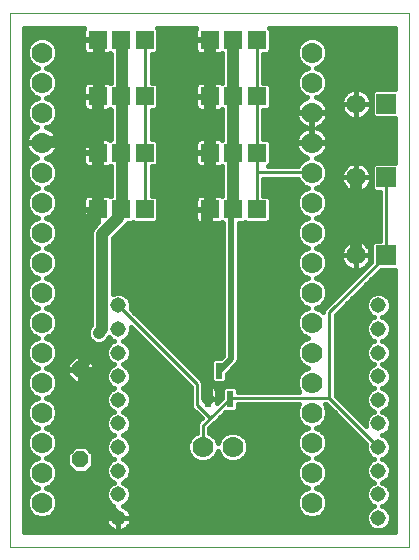
<source format=gtl>
G75*
G70*
%OFA0B0*%
%FSLAX24Y24*%
%IPPOS*%
%LPD*%
%AMOC8*
5,1,8,0,0,1.08239X$1,22.5*
%
%ADD10C,0.0000*%
%ADD11C,0.0700*%
%ADD12R,0.0220X0.0520*%
%ADD13OC8,0.0560*%
%ADD14R,0.0650X0.0650*%
%ADD15C,0.0650*%
%ADD16C,0.0515*%
%ADD17R,0.0594X0.0594*%
%ADD18C,0.0400*%
%ADD19C,0.0160*%
%ADD20C,0.0400*%
%ADD21C,0.0200*%
%ADD22C,0.0100*%
D10*
X006086Y003841D02*
X006086Y021621D01*
X019400Y021621D01*
X019400Y003841D01*
X006086Y003841D01*
D11*
X007149Y005310D03*
X007149Y006310D03*
X007149Y007310D03*
X007149Y008310D03*
X007149Y009310D03*
X007149Y010310D03*
X007149Y011310D03*
X007149Y012310D03*
X007149Y013310D03*
X007149Y014310D03*
X007149Y015310D03*
X007149Y016310D03*
X007149Y017310D03*
X007149Y018310D03*
X007149Y019310D03*
X007149Y020310D03*
X016149Y020310D03*
X016149Y019310D03*
X016149Y018310D03*
X016149Y017310D03*
X016149Y016310D03*
X016149Y015310D03*
X016149Y014310D03*
X016149Y013310D03*
X016149Y012310D03*
X016149Y011310D03*
X016149Y010310D03*
X016149Y009310D03*
X016149Y008310D03*
X016149Y007310D03*
X016149Y006310D03*
X016149Y005310D03*
X013511Y007168D03*
X012511Y007168D03*
D12*
X012684Y008765D03*
X013424Y008765D03*
X013054Y009705D03*
D13*
X008436Y009751D03*
X008436Y006751D03*
D14*
X018609Y013550D03*
X018629Y016149D03*
X018629Y018601D03*
D15*
X017629Y018601D03*
X017629Y016149D03*
X017609Y013550D03*
D16*
X018361Y011885D03*
X018361Y011097D03*
X018361Y010310D03*
X018361Y009523D03*
X018361Y008735D03*
X018361Y007948D03*
X018361Y007160D03*
X018361Y006373D03*
X018361Y005586D03*
X018361Y004798D03*
X009700Y004798D03*
X009700Y005586D03*
X009700Y006373D03*
X009700Y007160D03*
X009700Y007948D03*
X009700Y008735D03*
X009700Y009523D03*
X009700Y010310D03*
X009700Y011097D03*
X009700Y011885D03*
D17*
X009790Y015089D03*
X009003Y015089D03*
X010578Y015089D03*
X010578Y016971D03*
X009790Y016971D03*
X009003Y016971D03*
X009003Y018853D03*
X009790Y018853D03*
X010578Y018853D03*
X010578Y020735D03*
X009790Y020735D03*
X009003Y020735D03*
X012739Y020735D03*
X013526Y020735D03*
X014314Y020735D03*
X014314Y018853D03*
X013526Y018853D03*
X012739Y018853D03*
X012739Y016971D03*
X013526Y016971D03*
X014314Y016971D03*
X014314Y015089D03*
X013526Y015089D03*
X012739Y015089D03*
D18*
X012739Y016971D01*
X012739Y018853D01*
X012739Y020735D01*
X013526Y020735D02*
X013526Y018853D01*
X013526Y016971D01*
X013526Y015089D01*
X012739Y015082D02*
X012739Y015089D01*
X012739Y015082D02*
X012660Y015003D01*
X012660Y008802D01*
X012680Y008782D01*
X012684Y008765D01*
X009156Y011086D02*
X009156Y014274D01*
X009688Y014806D01*
X009688Y014904D01*
X009790Y015089D01*
X009806Y015101D01*
X009806Y016971D01*
X009790Y016971D01*
X009806Y017168D01*
X009806Y018841D01*
X009790Y018853D01*
X009826Y019058D01*
X009826Y020711D01*
X009806Y020731D01*
X009790Y020735D01*
X009038Y020711D02*
X009038Y019058D01*
X009003Y018853D01*
X009019Y018841D01*
X009019Y017326D01*
X007149Y017326D01*
X007149Y017310D01*
X009019Y017326D02*
X009019Y017168D01*
X009003Y016971D01*
X009019Y016971D01*
X009019Y015101D01*
X009003Y015089D01*
X008900Y014904D01*
X008546Y014550D01*
X008546Y009963D01*
X008526Y009944D01*
X008436Y009751D01*
X008448Y009747D01*
X008999Y009196D01*
X008999Y005495D01*
X009688Y004806D01*
X009700Y004798D01*
X009038Y010967D02*
X009156Y011086D01*
X017609Y013550D02*
X017621Y013566D01*
X017621Y016145D01*
X017629Y016149D01*
X009038Y020711D02*
X009019Y020731D01*
X009003Y020735D01*
D19*
X009021Y020717D02*
X009021Y020258D01*
X009323Y020258D01*
X009369Y020271D01*
X009410Y020294D01*
X009411Y020295D01*
X009427Y020278D01*
X009466Y020278D01*
X009466Y019310D01*
X009427Y019310D01*
X009411Y019294D01*
X009410Y019294D01*
X009369Y019318D01*
X009323Y019330D01*
X009021Y019330D01*
X009021Y018872D01*
X008984Y018872D01*
X008984Y019330D01*
X008682Y019330D01*
X008637Y019318D01*
X008595Y019294D01*
X008562Y019261D01*
X008538Y019220D01*
X008526Y019174D01*
X008526Y018872D01*
X008984Y018872D01*
X008984Y018835D01*
X008526Y018835D01*
X008526Y018533D01*
X008538Y018487D01*
X008562Y018446D01*
X008595Y018412D01*
X008637Y018389D01*
X008682Y018376D01*
X008984Y018376D01*
X008984Y018835D01*
X009021Y018835D01*
X009021Y018376D01*
X009323Y018376D01*
X009369Y018389D01*
X009410Y018412D01*
X009411Y018413D01*
X009427Y018396D01*
X009446Y018396D01*
X009446Y017428D01*
X009427Y017428D01*
X009411Y017412D01*
X009410Y017412D01*
X009369Y017436D01*
X009323Y017448D01*
X009021Y017448D01*
X009021Y016990D01*
X008984Y016990D01*
X008984Y016953D01*
X008526Y016953D01*
X008526Y016651D01*
X008538Y016605D01*
X008562Y016564D01*
X008595Y016530D01*
X008637Y016507D01*
X008682Y016494D01*
X008984Y016494D01*
X008984Y016953D01*
X009021Y016953D01*
X009021Y016494D01*
X009323Y016494D01*
X009369Y016507D01*
X009410Y016530D01*
X009411Y016531D01*
X009427Y016514D01*
X009446Y016514D01*
X009446Y015546D01*
X009427Y015546D01*
X009411Y015530D01*
X009410Y015530D01*
X009369Y015554D01*
X009323Y015566D01*
X009021Y015566D01*
X009021Y015108D01*
X008984Y015108D01*
X008984Y015071D01*
X008526Y015071D01*
X008526Y014769D01*
X008538Y014723D01*
X008562Y014682D01*
X008595Y014649D01*
X008637Y014625D01*
X008682Y014613D01*
X008984Y014613D01*
X008984Y015071D01*
X009021Y015071D01*
X009021Y014648D01*
X008851Y014478D01*
X008796Y014346D01*
X008796Y011235D01*
X008733Y011171D01*
X008678Y011039D01*
X008678Y010896D01*
X008733Y010763D01*
X008834Y010662D01*
X008967Y010607D01*
X009110Y010607D01*
X009242Y010662D01*
X009343Y010763D01*
X009360Y010780D01*
X009393Y010813D01*
X009463Y010743D01*
X009559Y010704D01*
X009463Y010664D01*
X009346Y010546D01*
X009282Y010393D01*
X009282Y010227D01*
X009346Y010073D01*
X009463Y009956D01*
X009559Y009916D01*
X009463Y009876D01*
X009346Y009759D01*
X009282Y009606D01*
X009282Y009439D01*
X009346Y009286D01*
X009463Y009169D01*
X009559Y009129D01*
X009463Y009089D01*
X009346Y008972D01*
X009282Y008818D01*
X009282Y008652D01*
X009346Y008499D01*
X009463Y008381D01*
X009559Y008341D01*
X009463Y008302D01*
X009346Y008184D01*
X009282Y008031D01*
X009282Y007865D01*
X009346Y007711D01*
X009463Y007594D01*
X009559Y007554D01*
X009463Y007514D01*
X009346Y007397D01*
X009282Y007243D01*
X009282Y007077D01*
X009346Y006924D01*
X009463Y006806D01*
X009559Y006767D01*
X009463Y006727D01*
X009346Y006609D01*
X009282Y006456D01*
X009282Y006290D01*
X009346Y006136D01*
X009463Y006019D01*
X009559Y005979D01*
X009463Y005939D01*
X009346Y005822D01*
X009282Y005669D01*
X009282Y005502D01*
X009346Y005349D01*
X009463Y005232D01*
X009531Y005203D01*
X009470Y005172D01*
X009415Y005132D01*
X009366Y005083D01*
X009326Y005027D01*
X009294Y004966D01*
X009273Y004901D01*
X009262Y004833D01*
X009262Y004798D01*
X009262Y004764D01*
X009273Y004696D01*
X009294Y004630D01*
X009326Y004569D01*
X009366Y004513D01*
X009415Y004464D01*
X009470Y004424D01*
X009532Y004393D01*
X009597Y004371D01*
X009665Y004361D01*
X009700Y004361D01*
X009734Y004361D01*
X009802Y004371D01*
X009868Y004393D01*
X009929Y004424D01*
X009985Y004464D01*
X010033Y004513D01*
X010074Y004569D01*
X010105Y004630D01*
X010126Y004696D01*
X010137Y004764D01*
X010137Y004798D01*
X009700Y004798D01*
X009700Y004798D01*
X010137Y004798D01*
X010137Y004833D01*
X010126Y004901D01*
X010105Y004966D01*
X010074Y005027D01*
X010033Y005083D01*
X009985Y005132D01*
X009929Y005172D01*
X009868Y005203D01*
X009936Y005232D01*
X010054Y005349D01*
X010117Y005502D01*
X010117Y005669D01*
X010054Y005822D01*
X009936Y005939D01*
X009840Y005979D01*
X009936Y006019D01*
X010054Y006136D01*
X010117Y006290D01*
X010117Y006456D01*
X010054Y006609D01*
X009936Y006727D01*
X009840Y006767D01*
X009936Y006806D01*
X010054Y006924D01*
X010117Y007077D01*
X010117Y007243D01*
X010054Y007397D01*
X009936Y007514D01*
X009840Y007554D01*
X009936Y007594D01*
X010054Y007711D01*
X010117Y007865D01*
X010117Y008031D01*
X010054Y008184D01*
X009936Y008302D01*
X009840Y008341D01*
X009936Y008381D01*
X010054Y008499D01*
X010117Y008652D01*
X010117Y008818D01*
X010054Y008972D01*
X009936Y009089D01*
X009840Y009129D01*
X009936Y009169D01*
X010054Y009286D01*
X010117Y009439D01*
X010117Y009606D01*
X010054Y009759D01*
X009936Y009876D01*
X009840Y009916D01*
X009936Y009956D01*
X010054Y010073D01*
X010117Y010227D01*
X010117Y010393D01*
X010054Y010546D01*
X009936Y010664D01*
X009840Y010704D01*
X009936Y010743D01*
X010054Y010861D01*
X010117Y011014D01*
X010117Y011166D01*
X010117Y011166D01*
X012116Y009168D01*
X012116Y008479D01*
X012472Y008123D01*
X012436Y008087D01*
X012313Y007964D01*
X012313Y007638D01*
X012222Y007601D01*
X012078Y007457D01*
X012001Y007270D01*
X012001Y007067D01*
X012078Y006879D01*
X012222Y006736D01*
X012409Y006658D01*
X012612Y006658D01*
X012800Y006736D01*
X012943Y006879D01*
X013011Y007043D01*
X013078Y006879D01*
X013222Y006736D01*
X013409Y006658D01*
X013612Y006658D01*
X013800Y006736D01*
X013943Y006879D01*
X014021Y007067D01*
X014021Y007270D01*
X013943Y007457D01*
X013800Y007601D01*
X013612Y007678D01*
X013409Y007678D01*
X013222Y007601D01*
X013078Y007457D01*
X013011Y007294D01*
X012943Y007457D01*
X012800Y007601D01*
X012733Y007628D01*
X012733Y007790D01*
X012856Y007913D01*
X012979Y008036D01*
X013288Y008345D01*
X013600Y008345D01*
X013694Y008439D01*
X013694Y008592D01*
X015713Y008592D01*
X015639Y008411D01*
X015639Y008208D01*
X015716Y008021D01*
X015860Y007878D01*
X016023Y007810D01*
X015860Y007742D01*
X015716Y007599D01*
X015639Y007411D01*
X015639Y007208D01*
X015716Y007021D01*
X015860Y006878D01*
X016023Y006810D01*
X015860Y006742D01*
X015716Y006599D01*
X015639Y006411D01*
X010117Y006411D01*
X010102Y006253D02*
X015639Y006253D01*
X015639Y006208D02*
X015716Y006021D01*
X015860Y005878D01*
X016023Y005810D01*
X015860Y005742D01*
X015716Y005599D01*
X015639Y005411D01*
X015639Y005208D01*
X015716Y005021D01*
X015860Y004878D01*
X016047Y004800D01*
X016250Y004800D01*
X016437Y004878D01*
X016581Y005021D01*
X016659Y005208D01*
X016659Y005411D01*
X016581Y005599D01*
X016437Y005742D01*
X016274Y005810D01*
X016437Y005878D01*
X016581Y006021D01*
X016659Y006208D01*
X016659Y006411D01*
X017944Y006411D01*
X017944Y006456D02*
X017944Y006290D01*
X018007Y006136D01*
X018125Y006019D01*
X018221Y005979D01*
X018125Y005939D01*
X018007Y005822D01*
X017944Y005669D01*
X017944Y005502D01*
X018007Y005349D01*
X018125Y005232D01*
X018221Y005192D01*
X018125Y005152D01*
X018007Y005035D01*
X017944Y004881D01*
X017944Y004715D01*
X018007Y004562D01*
X018125Y004444D01*
X018278Y004381D01*
X018444Y004381D01*
X018598Y004444D01*
X018715Y004562D01*
X018779Y004715D01*
X018779Y004881D01*
X018715Y005035D01*
X018598Y005152D01*
X018502Y005192D01*
X018598Y005232D01*
X018715Y005349D01*
X018779Y005502D01*
X018779Y005669D01*
X018715Y005822D01*
X018598Y005939D01*
X018502Y005979D01*
X018598Y006019D01*
X018715Y006136D01*
X018779Y006290D01*
X018779Y006456D01*
X018715Y006609D01*
X018598Y006727D01*
X018502Y006767D01*
X018598Y006806D01*
X018715Y006924D01*
X018779Y007077D01*
X018779Y007243D01*
X018715Y007397D01*
X018598Y007514D01*
X018502Y007554D01*
X018598Y007594D01*
X018715Y007711D01*
X018779Y007865D01*
X018779Y008031D01*
X018715Y008184D01*
X018598Y008302D01*
X018502Y008341D01*
X018598Y008381D01*
X018715Y008499D01*
X018779Y008652D01*
X018779Y008818D01*
X018715Y008972D01*
X018598Y009089D01*
X018502Y009129D01*
X018598Y009169D01*
X018715Y009286D01*
X018779Y009439D01*
X018779Y009606D01*
X018715Y009759D01*
X018598Y009876D01*
X018502Y009916D01*
X018598Y009956D01*
X018715Y010073D01*
X018779Y010227D01*
X018779Y010393D01*
X018715Y010546D01*
X018598Y010664D01*
X018502Y010704D01*
X018598Y010743D01*
X018715Y010861D01*
X018779Y011014D01*
X018779Y011180D01*
X018715Y011334D01*
X018598Y011451D01*
X018502Y011491D01*
X018598Y011531D01*
X018715Y011648D01*
X018779Y011802D01*
X018779Y011968D01*
X018715Y012121D01*
X018598Y012239D01*
X018444Y012302D01*
X018278Y012302D01*
X018125Y012239D01*
X018007Y012121D01*
X017944Y011968D01*
X017944Y011802D01*
X018007Y011648D01*
X018125Y011531D01*
X018221Y011491D01*
X018125Y011451D01*
X018007Y011334D01*
X017944Y011180D01*
X017944Y011014D01*
X018007Y010861D01*
X018125Y010743D01*
X018221Y010704D01*
X018125Y010664D01*
X018007Y010546D01*
X017944Y010393D01*
X017944Y010227D01*
X018007Y010073D01*
X018125Y009956D01*
X018221Y009916D01*
X018125Y009876D01*
X018007Y009759D01*
X017944Y009606D01*
X017944Y009439D01*
X018007Y009286D01*
X018125Y009169D01*
X018221Y009129D01*
X018125Y009089D01*
X018007Y008972D01*
X017944Y008818D01*
X017944Y008652D01*
X018007Y008499D01*
X018125Y008381D01*
X018221Y008341D01*
X018125Y008302D01*
X018007Y008184D01*
X017944Y008031D01*
X017944Y007871D01*
X016948Y008866D01*
X016945Y008875D01*
X016945Y011569D01*
X018441Y013065D01*
X018920Y013065D01*
X018920Y004321D01*
X006566Y004321D01*
X006566Y021141D01*
X008561Y021141D01*
X008538Y021101D01*
X008526Y021056D01*
X008526Y020754D01*
X008984Y020754D01*
X008984Y020717D01*
X008526Y020717D01*
X008526Y020415D01*
X008538Y020369D01*
X008562Y020328D01*
X008595Y020294D01*
X008637Y020271D01*
X008682Y020258D01*
X008984Y020258D01*
X008984Y020717D01*
X009021Y020717D01*
X009021Y020676D02*
X008984Y020676D01*
X008984Y020518D02*
X009021Y020518D01*
X009021Y020359D02*
X008984Y020359D01*
X008544Y020359D02*
X007659Y020359D01*
X007659Y020411D02*
X007581Y020599D01*
X007437Y020742D01*
X007250Y020820D01*
X007047Y020820D01*
X006860Y020742D01*
X006716Y020599D01*
X006639Y020411D01*
X006639Y020208D01*
X006716Y020021D01*
X006860Y019878D01*
X007023Y019810D01*
X006860Y019742D01*
X006716Y019599D01*
X006639Y019411D01*
X006639Y019208D01*
X006716Y019021D01*
X006860Y018878D01*
X007023Y018810D01*
X006860Y018742D01*
X006716Y018599D01*
X006639Y018411D01*
X006639Y018208D01*
X006716Y018021D01*
X006860Y017878D01*
X007001Y017819D01*
X006945Y017801D01*
X006871Y017763D01*
X006803Y017714D01*
X006744Y017655D01*
X006695Y017588D01*
X006657Y017513D01*
X006632Y017434D01*
X006619Y017352D01*
X006619Y017328D01*
X007130Y017328D01*
X007130Y017291D01*
X006619Y017291D01*
X006619Y017268D01*
X006632Y017186D01*
X006657Y017106D01*
X006695Y017032D01*
X006744Y016965D01*
X006803Y016906D01*
X006871Y016857D01*
X006945Y016819D01*
X007001Y016801D01*
X006860Y016742D01*
X006716Y016599D01*
X006639Y016411D01*
X006639Y016208D01*
X006716Y016021D01*
X006860Y015878D01*
X007023Y015810D01*
X006860Y015742D01*
X006716Y015599D01*
X006639Y015411D01*
X006639Y015208D01*
X006716Y015021D01*
X006860Y014878D01*
X007023Y014810D01*
X006860Y014742D01*
X006716Y014599D01*
X006639Y014411D01*
X006639Y014208D01*
X006716Y014021D01*
X006860Y013878D01*
X007023Y013810D01*
X006860Y013742D01*
X006716Y013599D01*
X006639Y013411D01*
X006639Y013208D01*
X006716Y013021D01*
X006860Y012878D01*
X007023Y012810D01*
X006860Y012742D01*
X006716Y012599D01*
X006639Y012411D01*
X006639Y012208D01*
X006716Y012021D01*
X006860Y011878D01*
X007023Y011810D01*
X006860Y011742D01*
X006716Y011599D01*
X006639Y011411D01*
X006639Y011208D01*
X006716Y011021D01*
X006860Y010878D01*
X007023Y010810D01*
X006860Y010742D01*
X006716Y010599D01*
X006639Y010411D01*
X006639Y010208D01*
X006716Y010021D01*
X006860Y009878D01*
X007023Y009810D01*
X006860Y009742D01*
X006716Y009599D01*
X006639Y009411D01*
X006639Y009208D01*
X006716Y009021D01*
X006860Y008878D01*
X007023Y008810D01*
X006860Y008742D01*
X006716Y008599D01*
X006639Y008411D01*
X006639Y008208D01*
X006716Y008021D01*
X006860Y007878D01*
X007023Y007810D01*
X006860Y007742D01*
X006716Y007599D01*
X006639Y007411D01*
X006639Y007208D01*
X006716Y007021D01*
X006860Y006878D01*
X007023Y006810D01*
X006860Y006742D01*
X006716Y006599D01*
X006639Y006411D01*
X006566Y006411D01*
X006639Y006411D02*
X006639Y006208D01*
X006716Y006021D01*
X006860Y005878D01*
X007023Y005810D01*
X006860Y005742D01*
X006716Y005599D01*
X006639Y005411D01*
X006639Y005208D01*
X006716Y005021D01*
X006860Y004878D01*
X007047Y004800D01*
X007250Y004800D01*
X007437Y004878D01*
X007581Y005021D01*
X007659Y005208D01*
X007659Y005411D01*
X007581Y005599D01*
X007437Y005742D01*
X007274Y005810D01*
X007437Y005878D01*
X007581Y006021D01*
X007659Y006208D01*
X007659Y006411D01*
X008153Y006411D01*
X008254Y006311D02*
X008618Y006311D01*
X008876Y006569D01*
X008876Y006933D01*
X008618Y007191D01*
X008254Y007191D01*
X007996Y006933D01*
X007996Y006569D01*
X008254Y006311D01*
X007996Y006570D02*
X007593Y006570D01*
X007581Y006599D02*
X007437Y006742D01*
X007274Y006810D01*
X007437Y006878D01*
X007581Y007021D01*
X007659Y007208D01*
X007659Y007411D01*
X007581Y007599D01*
X007437Y007742D01*
X007274Y007810D01*
X007437Y007878D01*
X007581Y008021D01*
X007659Y008208D01*
X007659Y008411D01*
X007581Y008599D01*
X007437Y008742D01*
X007274Y008810D01*
X007437Y008878D01*
X007581Y009021D01*
X007659Y009208D01*
X007659Y009411D01*
X007581Y009599D01*
X007437Y009742D01*
X007274Y009810D01*
X007437Y009878D01*
X007581Y010021D01*
X007659Y010208D01*
X007659Y010411D01*
X007581Y010599D01*
X007437Y010742D01*
X007274Y010810D01*
X007437Y010878D01*
X007581Y011021D01*
X007659Y011208D01*
X007659Y011411D01*
X007581Y011599D01*
X007437Y011742D01*
X007274Y011810D01*
X007437Y011878D01*
X007581Y012021D01*
X007659Y012208D01*
X007659Y012411D01*
X007581Y012599D01*
X007437Y012742D01*
X007274Y012810D01*
X007437Y012878D01*
X007581Y013021D01*
X007659Y013208D01*
X007659Y013411D01*
X007581Y013599D01*
X007437Y013742D01*
X007274Y013810D01*
X007437Y013878D01*
X007581Y014021D01*
X007659Y014208D01*
X007659Y014411D01*
X007581Y014599D01*
X007437Y014742D01*
X007274Y014810D01*
X007437Y014878D01*
X007581Y015021D01*
X007659Y015208D01*
X007659Y015411D01*
X007581Y015599D01*
X007437Y015742D01*
X007274Y015810D01*
X007437Y015878D01*
X007581Y016021D01*
X007659Y016208D01*
X007659Y016411D01*
X007581Y016599D01*
X007437Y016742D01*
X007296Y016801D01*
X007352Y016819D01*
X007426Y016857D01*
X007494Y016906D01*
X007553Y016965D01*
X007602Y017032D01*
X007640Y017106D01*
X007665Y017186D01*
X007679Y017268D01*
X007679Y017291D01*
X007167Y017291D01*
X007167Y017328D01*
X007679Y017328D01*
X007679Y017352D01*
X007665Y017434D01*
X007640Y017513D01*
X007602Y017588D01*
X007553Y017655D01*
X007494Y017714D01*
X007426Y017763D01*
X007352Y017801D01*
X007296Y017819D01*
X007437Y017878D01*
X007581Y018021D01*
X007659Y018208D01*
X007659Y018411D01*
X007581Y018599D01*
X007437Y018742D01*
X007274Y018810D01*
X007437Y018878D01*
X007581Y019021D01*
X007659Y019208D01*
X007659Y019411D01*
X007581Y019599D01*
X007437Y019742D01*
X007274Y019810D01*
X007437Y019878D01*
X007581Y020021D01*
X007659Y020208D01*
X007659Y020411D01*
X007614Y020518D02*
X008526Y020518D01*
X008526Y020676D02*
X007504Y020676D01*
X007655Y020201D02*
X009466Y020201D01*
X009466Y020042D02*
X007590Y020042D01*
X007443Y019884D02*
X009466Y019884D01*
X009466Y019725D02*
X007455Y019725D01*
X007594Y019567D02*
X009466Y019567D01*
X009466Y019408D02*
X007659Y019408D01*
X007659Y019250D02*
X008556Y019250D01*
X008526Y019091D02*
X007610Y019091D01*
X007492Y018933D02*
X008526Y018933D01*
X008526Y018774D02*
X007361Y018774D01*
X007564Y018616D02*
X008526Y018616D01*
X008555Y018457D02*
X007640Y018457D01*
X007659Y018299D02*
X009446Y018299D01*
X009446Y018140D02*
X007630Y018140D01*
X007541Y017982D02*
X009446Y017982D01*
X009446Y017823D02*
X007306Y017823D01*
X007543Y017665D02*
X009446Y017665D01*
X009446Y017506D02*
X007642Y017506D01*
X007679Y017348D02*
X008544Y017348D01*
X008538Y017338D02*
X008526Y017292D01*
X008526Y016990D01*
X008984Y016990D01*
X008984Y017448D01*
X008682Y017448D01*
X008637Y017436D01*
X008595Y017412D01*
X008562Y017379D01*
X008538Y017338D01*
X008526Y017189D02*
X007666Y017189D01*
X007601Y017031D02*
X008526Y017031D01*
X008526Y016872D02*
X007448Y016872D01*
X007466Y016714D02*
X008526Y016714D01*
X008571Y016555D02*
X007599Y016555D01*
X007659Y016397D02*
X009446Y016397D01*
X009446Y016238D02*
X007659Y016238D01*
X007605Y016080D02*
X009446Y016080D01*
X009446Y015921D02*
X007481Y015921D01*
X007388Y015763D02*
X009446Y015763D01*
X009446Y015604D02*
X007576Y015604D01*
X007644Y015446D02*
X008536Y015446D01*
X008538Y015456D02*
X008526Y015410D01*
X008526Y015108D01*
X008984Y015108D01*
X008984Y015566D01*
X008682Y015566D01*
X008637Y015554D01*
X008595Y015530D01*
X008562Y015497D01*
X008538Y015456D01*
X008526Y015287D02*
X007659Y015287D01*
X007625Y015129D02*
X008526Y015129D01*
X008526Y014970D02*
X007530Y014970D01*
X007278Y014812D02*
X008526Y014812D01*
X008591Y014653D02*
X007527Y014653D01*
X007624Y014495D02*
X008867Y014495D01*
X008796Y014336D02*
X007659Y014336D01*
X007646Y014178D02*
X008796Y014178D01*
X008796Y014019D02*
X007579Y014019D01*
X007396Y013861D02*
X008796Y013861D01*
X008796Y013702D02*
X007478Y013702D01*
X007604Y013544D02*
X008796Y013544D01*
X008796Y013385D02*
X007659Y013385D01*
X007659Y013227D02*
X008796Y013227D01*
X008796Y013068D02*
X007600Y013068D01*
X007469Y012910D02*
X008796Y012910D01*
X008796Y012751D02*
X007416Y012751D01*
X007583Y012593D02*
X008796Y012593D01*
X008796Y012434D02*
X007649Y012434D01*
X007659Y012276D02*
X008796Y012276D01*
X008796Y012117D02*
X007621Y012117D01*
X007518Y011959D02*
X008796Y011959D01*
X008796Y011800D02*
X007298Y011800D01*
X007538Y011642D02*
X008796Y011642D01*
X008796Y011483D02*
X007629Y011483D01*
X007659Y011325D02*
X008796Y011325D01*
X008731Y011166D02*
X007641Y011166D01*
X007567Y011008D02*
X008678Y011008D01*
X008698Y010849D02*
X007369Y010849D01*
X007489Y010691D02*
X008806Y010691D01*
X009271Y010691D02*
X009528Y010691D01*
X009340Y010532D02*
X007609Y010532D01*
X007659Y010374D02*
X009282Y010374D01*
X009287Y010215D02*
X007659Y010215D01*
X007596Y010057D02*
X008091Y010057D01*
X007976Y009941D02*
X007976Y009761D01*
X008426Y009761D01*
X008426Y010211D01*
X008245Y010211D01*
X007976Y009941D01*
X007976Y009898D02*
X007458Y009898D01*
X007440Y009740D02*
X007976Y009740D01*
X007976Y009741D02*
X007976Y009560D01*
X008245Y009291D01*
X008426Y009291D01*
X008426Y009741D01*
X007976Y009741D01*
X007976Y009581D02*
X007588Y009581D01*
X007654Y009423D02*
X008114Y009423D01*
X008426Y009423D02*
X008446Y009423D01*
X008446Y009291D02*
X008626Y009291D01*
X008896Y009560D01*
X008896Y009741D01*
X008446Y009741D01*
X008446Y009761D01*
X008426Y009761D01*
X008426Y009741D01*
X008446Y009741D01*
X008446Y009291D01*
X008426Y009581D02*
X008446Y009581D01*
X008446Y009740D02*
X008426Y009740D01*
X008446Y009761D02*
X008446Y010211D01*
X008626Y010211D01*
X008896Y009941D01*
X008896Y009761D01*
X008446Y009761D01*
X008446Y009898D02*
X008426Y009898D01*
X008426Y010057D02*
X008446Y010057D01*
X008781Y010057D02*
X009363Y010057D01*
X009515Y009898D02*
X008896Y009898D01*
X008896Y009740D02*
X009338Y009740D01*
X009282Y009581D02*
X008896Y009581D01*
X008758Y009423D02*
X009289Y009423D01*
X009368Y009264D02*
X007659Y009264D01*
X007616Y009106D02*
X009503Y009106D01*
X009336Y008947D02*
X007507Y008947D01*
X007326Y008789D02*
X009282Y008789D01*
X009291Y008630D02*
X007550Y008630D01*
X007634Y008472D02*
X009373Y008472D01*
X009491Y008313D02*
X007659Y008313D01*
X007636Y008155D02*
X009333Y008155D01*
X009282Y007996D02*
X007556Y007996D01*
X007341Y007838D02*
X009293Y007838D01*
X009378Y007679D02*
X007501Y007679D01*
X007613Y007521D02*
X009479Y007521D01*
X009331Y007362D02*
X007659Y007362D01*
X007656Y007204D02*
X009282Y007204D01*
X009296Y007045D02*
X008764Y007045D01*
X008876Y006887D02*
X009383Y006887D01*
X009466Y006728D02*
X008876Y006728D01*
X008876Y006570D02*
X009329Y006570D01*
X009282Y006411D02*
X008718Y006411D01*
X009298Y006253D02*
X007659Y006253D01*
X007659Y006411D02*
X007581Y006599D01*
X007452Y006728D02*
X007996Y006728D01*
X007996Y006887D02*
X007446Y006887D01*
X007591Y007045D02*
X008108Y007045D01*
X007611Y006094D02*
X009388Y006094D01*
X009459Y005936D02*
X007495Y005936D01*
X007353Y005777D02*
X009327Y005777D01*
X009282Y005619D02*
X007561Y005619D01*
X007638Y005460D02*
X009300Y005460D01*
X009393Y005302D02*
X007659Y005302D01*
X007631Y005143D02*
X009430Y005143D01*
X009304Y004985D02*
X007544Y004985D01*
X007313Y004826D02*
X009262Y004826D01*
X009262Y004798D02*
X009700Y004798D01*
X009700Y004361D01*
X009700Y004798D01*
X009700Y004798D01*
X009262Y004798D01*
X009282Y004668D02*
X006566Y004668D01*
X006566Y004826D02*
X006984Y004826D01*
X006753Y004985D02*
X006566Y004985D01*
X006566Y005143D02*
X006666Y005143D01*
X006639Y005302D02*
X006566Y005302D01*
X006566Y005460D02*
X006659Y005460D01*
X006736Y005619D02*
X006566Y005619D01*
X006566Y005777D02*
X006944Y005777D01*
X006802Y005936D02*
X006566Y005936D01*
X006566Y006094D02*
X006686Y006094D01*
X006639Y006253D02*
X006566Y006253D01*
X006566Y006570D02*
X006704Y006570D01*
X006566Y006728D02*
X006845Y006728D01*
X006851Y006887D02*
X006566Y006887D01*
X006566Y007045D02*
X006706Y007045D01*
X006641Y007204D02*
X006566Y007204D01*
X006566Y007362D02*
X006639Y007362D01*
X006684Y007521D02*
X006566Y007521D01*
X006566Y007679D02*
X006796Y007679D01*
X006956Y007838D02*
X006566Y007838D01*
X006566Y007996D02*
X006741Y007996D01*
X006661Y008155D02*
X006566Y008155D01*
X006566Y008313D02*
X006639Y008313D01*
X006663Y008472D02*
X006566Y008472D01*
X006566Y008630D02*
X006747Y008630D01*
X006566Y008789D02*
X006971Y008789D01*
X006790Y008947D02*
X006566Y008947D01*
X006566Y009106D02*
X006681Y009106D01*
X006639Y009264D02*
X006566Y009264D01*
X006566Y009423D02*
X006643Y009423D01*
X006709Y009581D02*
X006566Y009581D01*
X006566Y009740D02*
X006857Y009740D01*
X006839Y009898D02*
X006566Y009898D01*
X006566Y010057D02*
X006701Y010057D01*
X006639Y010215D02*
X006566Y010215D01*
X006566Y010374D02*
X006639Y010374D01*
X006689Y010532D02*
X006566Y010532D01*
X006566Y010691D02*
X006808Y010691D01*
X006928Y010849D02*
X006566Y010849D01*
X006566Y011008D02*
X006730Y011008D01*
X006656Y011166D02*
X006566Y011166D01*
X006566Y011325D02*
X006639Y011325D01*
X006668Y011483D02*
X006566Y011483D01*
X006566Y011642D02*
X006759Y011642D01*
X006566Y011800D02*
X006999Y011800D01*
X006779Y011959D02*
X006566Y011959D01*
X006566Y012117D02*
X006676Y012117D01*
X006639Y012276D02*
X006566Y012276D01*
X006566Y012434D02*
X006648Y012434D01*
X006714Y012593D02*
X006566Y012593D01*
X006566Y012751D02*
X006881Y012751D01*
X006828Y012910D02*
X006566Y012910D01*
X006566Y013068D02*
X006697Y013068D01*
X006639Y013227D02*
X006566Y013227D01*
X006566Y013385D02*
X006639Y013385D01*
X006693Y013544D02*
X006566Y013544D01*
X006566Y013702D02*
X006819Y013702D01*
X006901Y013861D02*
X006566Y013861D01*
X006566Y014019D02*
X006718Y014019D01*
X006651Y014178D02*
X006566Y014178D01*
X006566Y014336D02*
X006639Y014336D01*
X006673Y014495D02*
X006566Y014495D01*
X006566Y014653D02*
X006770Y014653D01*
X006566Y014812D02*
X007019Y014812D01*
X006767Y014970D02*
X006566Y014970D01*
X006566Y015129D02*
X006672Y015129D01*
X006639Y015287D02*
X006566Y015287D01*
X006566Y015446D02*
X006653Y015446D01*
X006721Y015604D02*
X006566Y015604D01*
X006566Y015763D02*
X006909Y015763D01*
X006816Y015921D02*
X006566Y015921D01*
X006566Y016080D02*
X006692Y016080D01*
X006639Y016238D02*
X006566Y016238D01*
X006566Y016397D02*
X006639Y016397D01*
X006698Y016555D02*
X006566Y016555D01*
X006566Y016714D02*
X006831Y016714D01*
X006849Y016872D02*
X006566Y016872D01*
X006566Y017031D02*
X006696Y017031D01*
X006631Y017189D02*
X006566Y017189D01*
X006566Y017348D02*
X006619Y017348D01*
X006655Y017506D02*
X006566Y017506D01*
X006566Y017665D02*
X006754Y017665D01*
X006566Y017823D02*
X006991Y017823D01*
X006756Y017982D02*
X006566Y017982D01*
X006566Y018140D02*
X006667Y018140D01*
X006639Y018299D02*
X006566Y018299D01*
X006566Y018457D02*
X006657Y018457D01*
X006733Y018616D02*
X006566Y018616D01*
X006566Y018774D02*
X006936Y018774D01*
X006805Y018933D02*
X006566Y018933D01*
X006566Y019091D02*
X006687Y019091D01*
X006639Y019250D02*
X006566Y019250D01*
X006566Y019408D02*
X006639Y019408D01*
X006703Y019567D02*
X006566Y019567D01*
X006566Y019725D02*
X006842Y019725D01*
X006854Y019884D02*
X006566Y019884D01*
X006566Y020042D02*
X006707Y020042D01*
X006642Y020201D02*
X006566Y020201D01*
X006566Y020359D02*
X006639Y020359D01*
X006683Y020518D02*
X006566Y020518D01*
X006566Y020676D02*
X006793Y020676D01*
X006566Y020835D02*
X008526Y020835D01*
X008526Y020993D02*
X006566Y020993D01*
X008984Y019250D02*
X009021Y019250D01*
X009021Y019091D02*
X008984Y019091D01*
X008984Y018933D02*
X009021Y018933D01*
X009021Y018774D02*
X008984Y018774D01*
X008984Y018616D02*
X009021Y018616D01*
X009021Y018457D02*
X008984Y018457D01*
X008984Y017348D02*
X009021Y017348D01*
X009021Y017189D02*
X008984Y017189D01*
X008984Y017031D02*
X009021Y017031D01*
X009021Y016872D02*
X008984Y016872D01*
X008984Y016714D02*
X009021Y016714D01*
X009021Y016555D02*
X008984Y016555D01*
X008984Y015446D02*
X009021Y015446D01*
X009021Y015287D02*
X008984Y015287D01*
X008984Y015129D02*
X009021Y015129D01*
X009021Y014970D02*
X008984Y014970D01*
X008984Y014812D02*
X009021Y014812D01*
X009021Y014653D02*
X008984Y014653D01*
X009516Y014125D02*
X009892Y014501D01*
X009993Y014602D01*
X010006Y014633D01*
X010153Y014633D01*
X010184Y014663D01*
X010215Y014633D01*
X010941Y014633D01*
X011034Y014726D01*
X011034Y015453D01*
X010941Y015546D01*
X010803Y015546D01*
X010803Y016514D01*
X010941Y016514D01*
X011034Y016608D01*
X011034Y017334D01*
X010941Y017428D01*
X010803Y017428D01*
X010803Y018396D01*
X010941Y018396D01*
X011034Y018490D01*
X011034Y019216D01*
X010941Y019310D01*
X010803Y019310D01*
X010803Y020278D01*
X010941Y020278D01*
X011034Y020372D01*
X011034Y021098D01*
X010992Y021141D01*
X012297Y021141D01*
X012274Y021101D01*
X012262Y021056D01*
X012262Y020754D01*
X012721Y020754D01*
X012721Y020717D01*
X012757Y020717D01*
X012757Y020258D01*
X013060Y020258D01*
X013105Y020271D01*
X013146Y020294D01*
X013147Y020295D01*
X013163Y020278D01*
X013166Y020278D01*
X013166Y019310D01*
X013163Y019310D01*
X013147Y019294D01*
X013146Y019294D01*
X013105Y019318D01*
X013060Y019330D01*
X012757Y019330D01*
X012757Y018872D01*
X012721Y018872D01*
X012721Y019330D01*
X012419Y019330D01*
X012373Y019318D01*
X012332Y019294D01*
X012298Y019261D01*
X012274Y019220D01*
X012262Y019174D01*
X012262Y018872D01*
X012721Y018872D01*
X012721Y018835D01*
X012757Y018835D01*
X012757Y018376D01*
X013060Y018376D01*
X013105Y018389D01*
X013146Y018412D01*
X013147Y018413D01*
X013163Y018396D01*
X013166Y018396D01*
X013166Y017428D01*
X013163Y017428D01*
X013147Y017412D01*
X013146Y017412D01*
X013105Y017436D01*
X013060Y017448D01*
X012757Y017448D01*
X012757Y016990D01*
X012721Y016990D01*
X012721Y017448D01*
X012419Y017448D01*
X012373Y017436D01*
X012332Y017412D01*
X012298Y017379D01*
X012274Y017338D01*
X012262Y017292D01*
X012262Y016990D01*
X012721Y016990D01*
X012721Y016953D01*
X012757Y016953D01*
X012757Y016494D01*
X013060Y016494D01*
X013105Y016507D01*
X013146Y016530D01*
X013147Y016531D01*
X013163Y016514D01*
X013166Y016514D01*
X013166Y015546D01*
X013163Y015546D01*
X013147Y015530D01*
X013146Y015530D01*
X013105Y015554D01*
X013060Y015566D01*
X012757Y015566D01*
X012757Y015108D01*
X012721Y015108D01*
X012721Y015566D01*
X012419Y015566D01*
X012373Y015554D01*
X012332Y015530D01*
X012298Y015497D01*
X012274Y015456D01*
X012262Y015410D01*
X012262Y015108D01*
X012721Y015108D01*
X012721Y015071D01*
X012757Y015071D01*
X012757Y014613D01*
X013060Y014613D01*
X013105Y014625D01*
X013146Y014649D01*
X013147Y014649D01*
X013163Y014633D01*
X013188Y014633D01*
X013188Y010209D01*
X013104Y010125D01*
X012878Y010125D01*
X012784Y010031D01*
X012784Y009379D01*
X012878Y009285D01*
X013230Y009285D01*
X013324Y009379D01*
X013324Y009610D01*
X013668Y009954D01*
X013708Y010050D01*
X013708Y014633D01*
X013890Y014633D01*
X013920Y014663D01*
X013951Y014633D01*
X014677Y014633D01*
X014771Y014726D01*
X014771Y015453D01*
X014677Y015546D01*
X014524Y015546D01*
X014524Y016112D01*
X015679Y016112D01*
X015716Y016021D01*
X015860Y015878D01*
X016023Y015810D01*
X015860Y015742D01*
X015716Y015599D01*
X015639Y015411D01*
X015639Y015208D01*
X015716Y015021D01*
X015860Y014878D01*
X016023Y014810D01*
X015860Y014742D01*
X015716Y014599D01*
X015639Y014411D01*
X015639Y014208D01*
X015716Y014021D01*
X015860Y013878D01*
X016023Y013810D01*
X015860Y013742D01*
X015716Y013599D01*
X015639Y013411D01*
X015639Y013208D01*
X015716Y013021D01*
X015860Y012878D01*
X016023Y012810D01*
X015860Y012742D01*
X015716Y012599D01*
X015639Y012411D01*
X015639Y012208D01*
X015716Y012021D01*
X015860Y011878D01*
X016023Y011810D01*
X015860Y011742D01*
X015716Y011599D01*
X015639Y011411D01*
X015639Y011208D01*
X015716Y011021D01*
X015860Y010878D01*
X016023Y010810D01*
X015860Y010742D01*
X015716Y010599D01*
X015639Y010411D01*
X015639Y010208D01*
X015716Y010021D01*
X015860Y009878D01*
X016023Y009810D01*
X015860Y009742D01*
X015716Y009599D01*
X015639Y009411D01*
X015639Y009208D01*
X015716Y009021D01*
X015725Y009012D01*
X013694Y009012D01*
X013694Y009091D01*
X013600Y009185D01*
X013248Y009185D01*
X013154Y009091D01*
X013154Y008805D01*
X012974Y008625D01*
X012974Y008765D01*
X012684Y008765D01*
X012684Y008765D01*
X012974Y008765D01*
X012974Y009049D01*
X012962Y009095D01*
X012938Y009136D01*
X012905Y009169D01*
X012863Y009193D01*
X012818Y009205D01*
X012684Y009205D01*
X012550Y009205D01*
X012536Y009201D01*
X012536Y009342D01*
X012413Y009465D01*
X010105Y011772D01*
X010117Y011802D01*
X010117Y011968D01*
X010054Y012121D01*
X009936Y012239D01*
X009783Y012302D01*
X009617Y012302D01*
X009516Y012261D01*
X009516Y014125D01*
X009569Y014178D02*
X013188Y014178D01*
X013188Y014336D02*
X009727Y014336D01*
X009886Y014495D02*
X013188Y014495D01*
X012757Y014653D02*
X012721Y014653D01*
X012721Y014613D02*
X012721Y015071D01*
X012262Y015071D01*
X012262Y014769D01*
X012274Y014723D01*
X012298Y014682D01*
X012332Y014649D01*
X012373Y014625D01*
X012419Y014613D01*
X012721Y014613D01*
X012721Y014812D02*
X012757Y014812D01*
X012757Y014970D02*
X012721Y014970D01*
X012721Y015129D02*
X012757Y015129D01*
X012757Y015287D02*
X012721Y015287D01*
X012721Y015446D02*
X012757Y015446D01*
X013166Y015604D02*
X010803Y015604D01*
X010803Y015763D02*
X013166Y015763D01*
X013166Y015921D02*
X010803Y015921D01*
X010803Y016080D02*
X013166Y016080D01*
X013166Y016238D02*
X010803Y016238D01*
X010803Y016397D02*
X013166Y016397D01*
X012757Y016555D02*
X012721Y016555D01*
X012721Y016494D02*
X012721Y016953D01*
X012262Y016953D01*
X012262Y016651D01*
X012274Y016605D01*
X012298Y016564D01*
X012332Y016530D01*
X012373Y016507D01*
X012419Y016494D01*
X012721Y016494D01*
X012721Y016714D02*
X012757Y016714D01*
X012757Y016872D02*
X012721Y016872D01*
X012721Y017031D02*
X012757Y017031D01*
X012757Y017189D02*
X012721Y017189D01*
X012721Y017348D02*
X012757Y017348D01*
X013166Y017506D02*
X010803Y017506D01*
X010803Y017665D02*
X013166Y017665D01*
X013166Y017823D02*
X010803Y017823D01*
X010803Y017982D02*
X013166Y017982D01*
X013166Y018140D02*
X010803Y018140D01*
X010803Y018299D02*
X013166Y018299D01*
X012757Y018457D02*
X012721Y018457D01*
X012721Y018376D02*
X012721Y018835D01*
X012262Y018835D01*
X012262Y018533D01*
X012274Y018487D01*
X012298Y018446D01*
X012332Y018412D01*
X012373Y018389D01*
X012419Y018376D01*
X012721Y018376D01*
X012721Y018616D02*
X012757Y018616D01*
X012757Y018774D02*
X012721Y018774D01*
X012721Y018933D02*
X012757Y018933D01*
X012757Y019091D02*
X012721Y019091D01*
X012721Y019250D02*
X012757Y019250D01*
X013166Y019408D02*
X010803Y019408D01*
X010803Y019567D02*
X013166Y019567D01*
X013166Y019725D02*
X010803Y019725D01*
X010803Y019884D02*
X013166Y019884D01*
X013166Y020042D02*
X010803Y020042D01*
X010803Y020201D02*
X013166Y020201D01*
X012757Y020359D02*
X012721Y020359D01*
X012721Y020258D02*
X012721Y020717D01*
X012262Y020717D01*
X012262Y020415D01*
X012274Y020369D01*
X012298Y020328D01*
X012332Y020294D01*
X012373Y020271D01*
X012419Y020258D01*
X012721Y020258D01*
X012721Y020518D02*
X012757Y020518D01*
X012757Y020676D02*
X012721Y020676D01*
X012262Y020676D02*
X011034Y020676D01*
X011034Y020518D02*
X012262Y020518D01*
X012280Y020359D02*
X011022Y020359D01*
X011034Y020835D02*
X012262Y020835D01*
X012262Y020993D02*
X011034Y020993D01*
X011001Y019250D02*
X012292Y019250D01*
X012262Y019091D02*
X011034Y019091D01*
X011034Y018933D02*
X012262Y018933D01*
X012262Y018774D02*
X011034Y018774D01*
X011034Y018616D02*
X012262Y018616D01*
X012292Y018457D02*
X011001Y018457D01*
X011021Y017348D02*
X012280Y017348D01*
X012262Y017189D02*
X011034Y017189D01*
X011034Y017031D02*
X012262Y017031D01*
X012262Y016872D02*
X011034Y016872D01*
X011034Y016714D02*
X012262Y016714D01*
X012307Y016555D02*
X010981Y016555D01*
X011034Y015446D02*
X012272Y015446D01*
X012262Y015287D02*
X011034Y015287D01*
X011034Y015129D02*
X012262Y015129D01*
X012262Y014970D02*
X011034Y014970D01*
X011034Y014812D02*
X012262Y014812D01*
X012327Y014653D02*
X010961Y014653D01*
X010194Y014653D02*
X010174Y014653D01*
X009516Y014019D02*
X013188Y014019D01*
X013188Y013861D02*
X009516Y013861D01*
X009516Y013702D02*
X013188Y013702D01*
X013188Y013544D02*
X009516Y013544D01*
X009516Y013385D02*
X013188Y013385D01*
X013188Y013227D02*
X009516Y013227D01*
X009516Y013068D02*
X013188Y013068D01*
X013188Y012910D02*
X009516Y012910D01*
X009516Y012751D02*
X013188Y012751D01*
X013188Y012593D02*
X009516Y012593D01*
X009516Y012434D02*
X013188Y012434D01*
X013188Y012276D02*
X009847Y012276D01*
X010055Y012117D02*
X013188Y012117D01*
X013188Y011959D02*
X010117Y011959D01*
X010117Y011800D02*
X013188Y011800D01*
X013188Y011642D02*
X010236Y011642D01*
X010394Y011483D02*
X013188Y011483D01*
X013188Y011325D02*
X010553Y011325D01*
X010711Y011166D02*
X013188Y011166D01*
X013188Y011008D02*
X010870Y011008D01*
X011028Y010849D02*
X013188Y010849D01*
X013188Y010691D02*
X011187Y010691D01*
X011345Y010532D02*
X013188Y010532D01*
X013188Y010374D02*
X011504Y010374D01*
X011662Y010215D02*
X013188Y010215D01*
X012809Y010057D02*
X011821Y010057D01*
X011979Y009898D02*
X012784Y009898D01*
X012784Y009740D02*
X012138Y009740D01*
X012296Y009581D02*
X012784Y009581D01*
X012784Y009423D02*
X012455Y009423D01*
X012536Y009264D02*
X015639Y009264D01*
X015643Y009423D02*
X013324Y009423D01*
X013324Y009581D02*
X015709Y009581D01*
X015857Y009740D02*
X013454Y009740D01*
X013612Y009898D02*
X015839Y009898D01*
X015701Y010057D02*
X013708Y010057D01*
X013708Y010215D02*
X015639Y010215D01*
X015639Y010374D02*
X013708Y010374D01*
X013708Y010532D02*
X015689Y010532D01*
X015808Y010691D02*
X013708Y010691D01*
X013708Y010849D02*
X015928Y010849D01*
X015730Y011008D02*
X013708Y011008D01*
X013708Y011166D02*
X015656Y011166D01*
X015639Y011325D02*
X013708Y011325D01*
X013708Y011483D02*
X015668Y011483D01*
X015759Y011642D02*
X013708Y011642D01*
X013708Y011800D02*
X015999Y011800D01*
X015779Y011959D02*
X013708Y011959D01*
X013708Y012117D02*
X015676Y012117D01*
X015639Y012276D02*
X013708Y012276D01*
X013708Y012434D02*
X015648Y012434D01*
X015714Y012593D02*
X013708Y012593D01*
X013708Y012751D02*
X015881Y012751D01*
X015828Y012910D02*
X013708Y012910D01*
X013708Y013068D02*
X015697Y013068D01*
X015639Y013227D02*
X013708Y013227D01*
X013708Y013385D02*
X015639Y013385D01*
X015693Y013544D02*
X013708Y013544D01*
X013708Y013702D02*
X015819Y013702D01*
X015901Y013861D02*
X013708Y013861D01*
X013708Y014019D02*
X015718Y014019D01*
X015651Y014178D02*
X013708Y014178D01*
X013708Y014336D02*
X015639Y014336D01*
X015673Y014495D02*
X013708Y014495D01*
X013910Y014653D02*
X013930Y014653D01*
X014697Y014653D02*
X015770Y014653D01*
X016019Y014812D02*
X014771Y014812D01*
X014771Y014970D02*
X015767Y014970D01*
X015672Y015129D02*
X014771Y015129D01*
X014771Y015287D02*
X015639Y015287D01*
X015653Y015446D02*
X014771Y015446D01*
X014524Y015604D02*
X015721Y015604D01*
X015909Y015763D02*
X014524Y015763D01*
X014524Y015921D02*
X015816Y015921D01*
X015692Y016080D02*
X014524Y016080D01*
X014694Y016532D02*
X014771Y016608D01*
X014771Y017334D01*
X014677Y017428D01*
X014524Y017428D01*
X014524Y018396D01*
X014677Y018396D01*
X014771Y018490D01*
X014771Y019216D01*
X014677Y019310D01*
X014524Y019310D01*
X014524Y020278D01*
X014677Y020278D01*
X014771Y020372D01*
X014771Y021098D01*
X014728Y021141D01*
X018920Y021141D01*
X018920Y019086D01*
X018238Y019086D01*
X018144Y018993D01*
X018144Y018210D01*
X018238Y018116D01*
X018920Y018116D01*
X018920Y016634D01*
X018238Y016634D01*
X018144Y016540D01*
X018144Y015757D01*
X018238Y015664D01*
X018415Y015664D01*
X018415Y014035D01*
X018218Y014035D01*
X018124Y013941D01*
X018124Y013342D01*
X016648Y011866D01*
X016525Y011743D01*
X016525Y011655D01*
X016437Y011742D01*
X016274Y011810D01*
X016437Y011878D01*
X016581Y012021D01*
X016659Y012208D01*
X016659Y012411D01*
X016581Y012599D01*
X016437Y012742D01*
X016274Y012810D01*
X016437Y012878D01*
X016581Y013021D01*
X016659Y013208D01*
X016659Y013411D01*
X016581Y013599D01*
X016437Y013742D01*
X016274Y013810D01*
X016437Y013878D01*
X016581Y014021D01*
X016659Y014208D01*
X016659Y014411D01*
X016581Y014599D01*
X016437Y014742D01*
X016274Y014810D01*
X016437Y014878D01*
X016581Y015021D01*
X016659Y015208D01*
X016659Y015411D01*
X016581Y015599D01*
X016437Y015742D01*
X016274Y015810D01*
X016437Y015878D01*
X016581Y016021D01*
X016659Y016208D01*
X016659Y016411D01*
X016581Y016599D01*
X016437Y016742D01*
X016296Y016801D01*
X016352Y016819D01*
X016426Y016857D01*
X016494Y016906D01*
X016553Y016965D01*
X016602Y017032D01*
X016640Y017106D01*
X016665Y017186D01*
X016679Y017268D01*
X016679Y017291D01*
X016167Y017291D01*
X016167Y017328D01*
X016679Y017328D01*
X016679Y017352D01*
X016665Y017434D01*
X016640Y017513D01*
X016602Y017588D01*
X016553Y017655D01*
X016494Y017714D01*
X016426Y017763D01*
X016352Y017801D01*
X016325Y017810D01*
X016352Y017819D01*
X016426Y017857D01*
X016494Y017906D01*
X016553Y017965D01*
X016602Y018032D01*
X016640Y018106D01*
X016665Y018186D01*
X016679Y018268D01*
X016679Y018291D01*
X016167Y018291D01*
X016167Y017328D01*
X016130Y017328D01*
X016130Y017291D01*
X015619Y017291D01*
X015619Y017268D01*
X015632Y017186D01*
X015657Y017106D01*
X015695Y017032D01*
X015744Y016965D01*
X015803Y016906D01*
X015871Y016857D01*
X015945Y016819D01*
X016001Y016801D01*
X015860Y016742D01*
X015716Y016599D01*
X015688Y016532D01*
X014694Y016532D01*
X014718Y016555D02*
X015698Y016555D01*
X015831Y016714D02*
X014771Y016714D01*
X014771Y016872D02*
X015849Y016872D01*
X015696Y017031D02*
X014771Y017031D01*
X014771Y017189D02*
X015631Y017189D01*
X015619Y017328D02*
X016130Y017328D01*
X016130Y017840D01*
X016130Y018291D01*
X016167Y018291D01*
X016167Y018328D01*
X016679Y018328D01*
X016679Y018352D01*
X016665Y018434D01*
X016640Y018513D01*
X016602Y018588D01*
X016553Y018655D01*
X016494Y018714D01*
X016426Y018763D01*
X016352Y018801D01*
X016296Y018819D01*
X016437Y018878D01*
X016581Y019021D01*
X016659Y019208D01*
X016659Y019411D01*
X016581Y019599D01*
X016437Y019742D01*
X016274Y019810D01*
X016437Y019878D01*
X016581Y020021D01*
X016659Y020208D01*
X016659Y020411D01*
X016581Y020599D01*
X016437Y020742D01*
X016250Y020820D01*
X016047Y020820D01*
X015860Y020742D01*
X015716Y020599D01*
X015639Y020411D01*
X015639Y020208D01*
X015716Y020021D01*
X015860Y019878D01*
X016023Y019810D01*
X015860Y019742D01*
X015716Y019599D01*
X015639Y019411D01*
X015639Y019208D01*
X015716Y019021D01*
X015860Y018878D01*
X016001Y018819D01*
X015945Y018801D01*
X015871Y018763D01*
X015803Y018714D01*
X015744Y018655D01*
X015695Y018588D01*
X015657Y018513D01*
X015632Y018434D01*
X015619Y018352D01*
X015619Y018328D01*
X016130Y018328D01*
X016130Y018291D01*
X015619Y018291D01*
X015619Y018268D01*
X015632Y018186D01*
X015657Y018106D01*
X015695Y018032D01*
X015744Y017965D01*
X015803Y017906D01*
X015871Y017857D01*
X015945Y017819D01*
X015972Y017810D01*
X015945Y017801D01*
X015871Y017763D01*
X015803Y017714D01*
X015744Y017655D01*
X015695Y017588D01*
X015657Y017513D01*
X015632Y017434D01*
X015619Y017352D01*
X015619Y017328D01*
X015619Y017348D02*
X014758Y017348D01*
X014524Y017506D02*
X015655Y017506D01*
X015754Y017665D02*
X014524Y017665D01*
X014524Y017823D02*
X015937Y017823D01*
X016130Y017823D02*
X016167Y017823D01*
X016167Y017665D02*
X016130Y017665D01*
X016130Y017506D02*
X016167Y017506D01*
X016167Y017348D02*
X016130Y017348D01*
X016601Y017031D02*
X018920Y017031D01*
X018920Y017189D02*
X016666Y017189D01*
X016679Y017348D02*
X018920Y017348D01*
X018920Y017506D02*
X016642Y017506D01*
X016543Y017665D02*
X018920Y017665D01*
X018920Y017823D02*
X016360Y017823D01*
X016167Y017982D02*
X016130Y017982D01*
X016130Y018140D02*
X016167Y018140D01*
X016167Y018299D02*
X017225Y018299D01*
X017244Y018272D02*
X017300Y018216D01*
X017364Y018169D01*
X017435Y018133D01*
X017511Y018109D01*
X017589Y018096D01*
X017629Y018096D01*
X017669Y018096D01*
X017747Y018109D01*
X017823Y018133D01*
X017893Y018169D01*
X017958Y018216D01*
X018014Y018272D01*
X018061Y018337D01*
X018097Y018407D01*
X018121Y018483D01*
X018134Y018562D01*
X018134Y018601D01*
X017629Y018601D01*
X017629Y018096D01*
X017629Y018601D01*
X017629Y018601D01*
X017629Y018601D01*
X018134Y018601D01*
X018134Y018641D01*
X018121Y018720D01*
X018097Y018795D01*
X018061Y018866D01*
X018014Y018930D01*
X017958Y018986D01*
X017893Y019033D01*
X017823Y019069D01*
X017747Y019094D01*
X017669Y019106D01*
X017629Y019106D01*
X017629Y018601D01*
X017124Y018601D01*
X017124Y018562D01*
X017136Y018483D01*
X017161Y018407D01*
X017197Y018337D01*
X017244Y018272D01*
X017145Y018457D02*
X016658Y018457D01*
X016582Y018616D02*
X017124Y018616D01*
X017124Y018601D02*
X017629Y018601D01*
X017629Y018601D01*
X017629Y018601D01*
X017629Y019106D01*
X017589Y019106D01*
X017511Y019094D01*
X017435Y019069D01*
X017364Y019033D01*
X017300Y018986D01*
X017244Y018930D01*
X017197Y018866D01*
X017161Y018795D01*
X017136Y018720D01*
X017124Y018641D01*
X017124Y018601D01*
X017154Y018774D02*
X016405Y018774D01*
X016492Y018933D02*
X017246Y018933D01*
X017502Y019091D02*
X016610Y019091D01*
X016659Y019250D02*
X018920Y019250D01*
X018920Y019408D02*
X016659Y019408D01*
X016594Y019567D02*
X018920Y019567D01*
X018920Y019725D02*
X016455Y019725D01*
X016443Y019884D02*
X018920Y019884D01*
X018920Y020042D02*
X016590Y020042D01*
X016655Y020201D02*
X018920Y020201D01*
X018920Y020359D02*
X016659Y020359D01*
X016614Y020518D02*
X018920Y020518D01*
X018920Y020676D02*
X016504Y020676D01*
X015793Y020676D02*
X014771Y020676D01*
X014771Y020518D02*
X015683Y020518D01*
X015639Y020359D02*
X014758Y020359D01*
X014524Y020201D02*
X015642Y020201D01*
X015707Y020042D02*
X014524Y020042D01*
X014524Y019884D02*
X015854Y019884D01*
X015842Y019725D02*
X014524Y019725D01*
X014524Y019567D02*
X015703Y019567D01*
X015639Y019408D02*
X014524Y019408D01*
X014737Y019250D02*
X015639Y019250D01*
X015687Y019091D02*
X014771Y019091D01*
X014771Y018933D02*
X015805Y018933D01*
X015892Y018774D02*
X014771Y018774D01*
X014771Y018616D02*
X015715Y018616D01*
X015639Y018457D02*
X014738Y018457D01*
X014524Y018299D02*
X016130Y018299D01*
X016565Y017982D02*
X018920Y017982D01*
X018214Y018140D02*
X017836Y018140D01*
X017629Y018140D02*
X017629Y018140D01*
X017629Y018299D02*
X017629Y018299D01*
X017629Y018457D02*
X017629Y018457D01*
X017629Y018616D02*
X017629Y018616D01*
X017629Y018774D02*
X017629Y018774D01*
X017629Y018933D02*
X017629Y018933D01*
X017629Y019091D02*
X017629Y019091D01*
X017755Y019091D02*
X018920Y019091D01*
X018144Y018933D02*
X018012Y018933D01*
X018104Y018774D02*
X018144Y018774D01*
X018134Y018616D02*
X018144Y018616D01*
X018144Y018457D02*
X018113Y018457D01*
X018144Y018299D02*
X018033Y018299D01*
X017422Y018140D02*
X016651Y018140D01*
X015732Y017982D02*
X014524Y017982D01*
X014524Y018140D02*
X015646Y018140D01*
X016448Y016872D02*
X018920Y016872D01*
X018920Y016714D02*
X016466Y016714D01*
X016599Y016555D02*
X017329Y016555D01*
X017300Y016534D02*
X017244Y016477D01*
X017197Y016413D01*
X017161Y016342D01*
X017136Y016267D01*
X017124Y016188D01*
X017124Y016149D01*
X017629Y016149D01*
X017629Y016149D01*
X017629Y016654D01*
X017669Y016654D01*
X017747Y016641D01*
X017823Y016617D01*
X017893Y016580D01*
X017958Y016534D01*
X018014Y016477D01*
X018061Y016413D01*
X018097Y016342D01*
X018121Y016267D01*
X018134Y016188D01*
X018134Y016149D01*
X017629Y016149D01*
X017629Y016148D01*
X017629Y015644D01*
X017669Y015644D01*
X017747Y015656D01*
X017823Y015681D01*
X017893Y015717D01*
X017958Y015763D01*
X018014Y015820D01*
X018061Y015884D01*
X018097Y015955D01*
X018121Y016030D01*
X018134Y016109D01*
X018134Y016148D01*
X017629Y016148D01*
X017629Y016148D01*
X017629Y015644D01*
X017589Y015644D01*
X017511Y015656D01*
X017435Y015681D01*
X017364Y015717D01*
X017300Y015763D01*
X017244Y015820D01*
X017197Y015884D01*
X017161Y015955D01*
X017136Y016030D01*
X017124Y016109D01*
X017124Y016148D01*
X017629Y016148D01*
X017629Y016149D01*
X017629Y016654D01*
X017589Y016654D01*
X017511Y016641D01*
X017435Y016617D01*
X017364Y016580D01*
X017300Y016534D01*
X017188Y016397D02*
X016659Y016397D01*
X016659Y016238D02*
X017132Y016238D01*
X017128Y016080D02*
X016605Y016080D01*
X016481Y015921D02*
X017178Y015921D01*
X017301Y015763D02*
X016388Y015763D01*
X016576Y015604D02*
X018415Y015604D01*
X018415Y015446D02*
X016644Y015446D01*
X016659Y015287D02*
X018415Y015287D01*
X018415Y015129D02*
X016625Y015129D01*
X016530Y014970D02*
X018415Y014970D01*
X018415Y014812D02*
X016278Y014812D01*
X016527Y014653D02*
X018415Y014653D01*
X018415Y014495D02*
X016624Y014495D01*
X016659Y014336D02*
X018415Y014336D01*
X018415Y014178D02*
X016646Y014178D01*
X016579Y014019D02*
X017418Y014019D01*
X017415Y014018D02*
X017344Y013982D01*
X017280Y013935D01*
X017224Y013879D01*
X017177Y013815D01*
X017141Y013744D01*
X017117Y013668D01*
X017104Y013590D01*
X017104Y013550D01*
X017104Y013510D01*
X017117Y013432D01*
X017141Y013356D01*
X017177Y013285D01*
X017224Y013221D01*
X017280Y013165D01*
X017344Y013118D01*
X017415Y013082D01*
X017491Y013058D01*
X017569Y013045D01*
X017609Y013045D01*
X017609Y013550D01*
X017104Y013550D01*
X017609Y013550D01*
X017609Y013550D01*
X017609Y013550D01*
X017609Y013045D01*
X017649Y013045D01*
X017727Y013058D01*
X017803Y013082D01*
X017874Y013118D01*
X017938Y013165D01*
X017994Y013221D01*
X018041Y013285D01*
X018077Y013356D01*
X018102Y013432D01*
X018114Y013510D01*
X018114Y013550D01*
X017609Y013550D01*
X017609Y014055D01*
X017569Y014055D01*
X017491Y014043D01*
X017415Y014018D01*
X017609Y014019D02*
X017609Y014019D01*
X017609Y014055D02*
X017649Y014055D01*
X017727Y014043D01*
X017803Y014018D01*
X017874Y013982D01*
X017938Y013935D01*
X017994Y013879D01*
X018041Y013815D01*
X018077Y013744D01*
X018102Y013668D01*
X018114Y013590D01*
X018114Y013550D01*
X017609Y013550D01*
X017609Y013550D01*
X017609Y013550D01*
X017609Y014055D01*
X017800Y014019D02*
X018202Y014019D01*
X018124Y013861D02*
X018008Y013861D01*
X018091Y013702D02*
X018124Y013702D01*
X018114Y013544D02*
X018124Y013544D01*
X018124Y013385D02*
X018087Y013385D01*
X018008Y013227D02*
X017998Y013227D01*
X017850Y013068D02*
X017760Y013068D01*
X017609Y013068D02*
X017609Y013068D01*
X017458Y013068D02*
X016600Y013068D01*
X016659Y013227D02*
X017220Y013227D01*
X017132Y013385D02*
X016659Y013385D01*
X016604Y013544D02*
X017104Y013544D01*
X017128Y013702D02*
X016478Y013702D01*
X016396Y013861D02*
X017211Y013861D01*
X017609Y013861D02*
X017609Y013861D01*
X017609Y013702D02*
X017609Y013702D01*
X017609Y013544D02*
X017609Y013544D01*
X017609Y013385D02*
X017609Y013385D01*
X017609Y013227D02*
X017609Y013227D01*
X017691Y012910D02*
X016469Y012910D01*
X016416Y012751D02*
X017533Y012751D01*
X017374Y012593D02*
X016583Y012593D01*
X016649Y012434D02*
X017216Y012434D01*
X017057Y012276D02*
X016659Y012276D01*
X016621Y012117D02*
X016899Y012117D01*
X016740Y011959D02*
X016518Y011959D01*
X016582Y011800D02*
X016298Y011800D01*
X016945Y011483D02*
X018201Y011483D01*
X018014Y011642D02*
X017017Y011642D01*
X017176Y011800D02*
X017944Y011800D01*
X017944Y011959D02*
X017334Y011959D01*
X017493Y012117D02*
X018005Y012117D01*
X018214Y012276D02*
X017651Y012276D01*
X017810Y012434D02*
X018920Y012434D01*
X018920Y012276D02*
X018508Y012276D01*
X018717Y012117D02*
X018920Y012117D01*
X018920Y011959D02*
X018779Y011959D01*
X018778Y011800D02*
X018920Y011800D01*
X018920Y011642D02*
X018708Y011642D01*
X018521Y011483D02*
X018920Y011483D01*
X018920Y011325D02*
X018719Y011325D01*
X018779Y011166D02*
X018920Y011166D01*
X018920Y011008D02*
X018776Y011008D01*
X018703Y010849D02*
X018920Y010849D01*
X018920Y010691D02*
X018533Y010691D01*
X018721Y010532D02*
X018920Y010532D01*
X018920Y010374D02*
X018779Y010374D01*
X018774Y010215D02*
X018920Y010215D01*
X018920Y010057D02*
X018698Y010057D01*
X018545Y009898D02*
X018920Y009898D01*
X018920Y009740D02*
X018723Y009740D01*
X018779Y009581D02*
X018920Y009581D01*
X018920Y009423D02*
X018772Y009423D01*
X018693Y009264D02*
X018920Y009264D01*
X018920Y009106D02*
X018558Y009106D01*
X018725Y008947D02*
X018920Y008947D01*
X018920Y008789D02*
X018779Y008789D01*
X018769Y008630D02*
X018920Y008630D01*
X018920Y008472D02*
X018688Y008472D01*
X018570Y008313D02*
X018920Y008313D01*
X018920Y008155D02*
X018727Y008155D01*
X018779Y007996D02*
X018920Y007996D01*
X018920Y007838D02*
X018767Y007838D01*
X018683Y007679D02*
X018920Y007679D01*
X018920Y007521D02*
X018582Y007521D01*
X018729Y007362D02*
X018920Y007362D01*
X018920Y007204D02*
X018779Y007204D01*
X018765Y007045D02*
X018920Y007045D01*
X018920Y006887D02*
X018678Y006887D01*
X018595Y006728D02*
X018920Y006728D01*
X018920Y006570D02*
X018732Y006570D01*
X018779Y006411D02*
X018920Y006411D01*
X018920Y006253D02*
X018763Y006253D01*
X018673Y006094D02*
X018920Y006094D01*
X018920Y005936D02*
X018601Y005936D01*
X018734Y005777D02*
X018920Y005777D01*
X018920Y005619D02*
X018779Y005619D01*
X018761Y005460D02*
X018920Y005460D01*
X018920Y005302D02*
X018668Y005302D01*
X018607Y005143D02*
X018920Y005143D01*
X018920Y004985D02*
X018736Y004985D01*
X018779Y004826D02*
X018920Y004826D01*
X018920Y004668D02*
X018759Y004668D01*
X018662Y004509D02*
X018920Y004509D01*
X018920Y004351D02*
X006566Y004351D01*
X006566Y004509D02*
X009370Y004509D01*
X009700Y004509D02*
X009700Y004509D01*
X009700Y004668D02*
X009700Y004668D01*
X009700Y004798D02*
X009700Y004798D01*
X010029Y004509D02*
X018060Y004509D01*
X017963Y004668D02*
X010117Y004668D01*
X010137Y004826D02*
X015984Y004826D01*
X015753Y004985D02*
X010096Y004985D01*
X009969Y005143D02*
X015666Y005143D01*
X015639Y005302D02*
X010006Y005302D01*
X010100Y005460D02*
X015659Y005460D01*
X015736Y005619D02*
X010117Y005619D01*
X010072Y005777D02*
X015944Y005777D01*
X015802Y005936D02*
X009940Y005936D01*
X010011Y006094D02*
X015686Y006094D01*
X015639Y006208D02*
X015639Y006411D01*
X015704Y006570D02*
X010070Y006570D01*
X009933Y006728D02*
X012241Y006728D01*
X012075Y006887D02*
X010016Y006887D01*
X010104Y007045D02*
X012010Y007045D01*
X012001Y007204D02*
X010117Y007204D01*
X010068Y007362D02*
X012039Y007362D01*
X012142Y007521D02*
X009921Y007521D01*
X010021Y007679D02*
X012313Y007679D01*
X012313Y007838D02*
X010106Y007838D01*
X010117Y007996D02*
X012345Y007996D01*
X012440Y008155D02*
X010066Y008155D01*
X009909Y008313D02*
X012281Y008313D01*
X012123Y008472D02*
X010027Y008472D01*
X010108Y008630D02*
X012116Y008630D01*
X012116Y008789D02*
X010117Y008789D01*
X010064Y008947D02*
X012116Y008947D01*
X012116Y009106D02*
X009896Y009106D01*
X010032Y009264D02*
X012019Y009264D01*
X011861Y009423D02*
X010110Y009423D01*
X010117Y009581D02*
X011702Y009581D01*
X011544Y009740D02*
X010062Y009740D01*
X009884Y009898D02*
X011385Y009898D01*
X011227Y010057D02*
X010037Y010057D01*
X010112Y010215D02*
X011068Y010215D01*
X010910Y010374D02*
X010117Y010374D01*
X010060Y010532D02*
X010751Y010532D01*
X010593Y010691D02*
X009872Y010691D01*
X010042Y010849D02*
X010434Y010849D01*
X010276Y011008D02*
X010114Y011008D01*
X009552Y012276D02*
X009516Y012276D01*
X012684Y009205D02*
X012684Y008765D01*
X012684Y008765D01*
X012684Y009205D01*
X012684Y009106D02*
X012684Y009106D01*
X012684Y008947D02*
X012684Y008947D01*
X012684Y008789D02*
X012684Y008789D01*
X012974Y008789D02*
X013137Y008789D01*
X013154Y008947D02*
X012974Y008947D01*
X012955Y009106D02*
X013168Y009106D01*
X013680Y009106D02*
X015681Y009106D01*
X015663Y008472D02*
X013694Y008472D01*
X013256Y008313D02*
X015639Y008313D01*
X015661Y008155D02*
X013097Y008155D01*
X012979Y008036D02*
X012979Y008036D01*
X012939Y007996D02*
X015741Y007996D01*
X015956Y007838D02*
X012780Y007838D01*
X012856Y007913D02*
X012856Y007913D01*
X012733Y007679D02*
X015796Y007679D01*
X015684Y007521D02*
X013880Y007521D01*
X013982Y007362D02*
X015639Y007362D01*
X015641Y007204D02*
X014021Y007204D01*
X014012Y007045D02*
X015706Y007045D01*
X015851Y006887D02*
X013946Y006887D01*
X013781Y006728D02*
X015845Y006728D01*
X016274Y006810D02*
X016437Y006878D01*
X016581Y007021D01*
X016659Y007208D01*
X016659Y007411D01*
X016581Y007599D01*
X016437Y007742D01*
X016274Y007810D01*
X016437Y007878D01*
X016581Y008021D01*
X016659Y008208D01*
X016659Y008411D01*
X016584Y008592D01*
X016628Y008592D01*
X017953Y007267D01*
X017944Y007243D01*
X017944Y007077D01*
X018007Y006924D01*
X018125Y006806D01*
X018221Y006767D01*
X018125Y006727D01*
X018007Y006609D01*
X017944Y006456D01*
X017991Y006570D02*
X016593Y006570D01*
X016581Y006599D02*
X016437Y006742D01*
X016274Y006810D01*
X016446Y006887D02*
X018044Y006887D01*
X018128Y006728D02*
X016452Y006728D01*
X016581Y006599D02*
X016659Y006411D01*
X016659Y006253D02*
X017959Y006253D01*
X018050Y006094D02*
X016611Y006094D01*
X016495Y005936D02*
X018121Y005936D01*
X017989Y005777D02*
X016353Y005777D01*
X016561Y005619D02*
X017944Y005619D01*
X017961Y005460D02*
X016638Y005460D01*
X016659Y005302D02*
X018055Y005302D01*
X018116Y005143D02*
X016631Y005143D01*
X016544Y004985D02*
X017986Y004985D01*
X017944Y004826D02*
X016313Y004826D01*
X016591Y007045D02*
X017957Y007045D01*
X017944Y007204D02*
X016656Y007204D01*
X016659Y007362D02*
X017858Y007362D01*
X017700Y007521D02*
X016613Y007521D01*
X016501Y007679D02*
X017541Y007679D01*
X017383Y007838D02*
X016341Y007838D01*
X016556Y007996D02*
X017224Y007996D01*
X017066Y008155D02*
X016636Y008155D01*
X016659Y008313D02*
X016907Y008313D01*
X016749Y008472D02*
X016634Y008472D01*
X017026Y008789D02*
X017944Y008789D01*
X017953Y008630D02*
X017184Y008630D01*
X017343Y008472D02*
X018034Y008472D01*
X018152Y008313D02*
X017501Y008313D01*
X017660Y008155D02*
X017995Y008155D01*
X017944Y007996D02*
X017818Y007996D01*
X017997Y008947D02*
X016945Y008947D01*
X016945Y009106D02*
X018165Y009106D01*
X018029Y009264D02*
X016945Y009264D01*
X016945Y009423D02*
X017951Y009423D01*
X017944Y009581D02*
X016945Y009581D01*
X016945Y009740D02*
X017999Y009740D01*
X018177Y009898D02*
X016945Y009898D01*
X016945Y010057D02*
X018024Y010057D01*
X017949Y010215D02*
X016945Y010215D01*
X016945Y010374D02*
X017944Y010374D01*
X018001Y010532D02*
X016945Y010532D01*
X016945Y010691D02*
X018189Y010691D01*
X018019Y010849D02*
X016945Y010849D01*
X016945Y011008D02*
X017946Y011008D01*
X017944Y011166D02*
X016945Y011166D01*
X016945Y011325D02*
X018003Y011325D01*
X017968Y012593D02*
X018920Y012593D01*
X018920Y012751D02*
X018127Y012751D01*
X018285Y012910D02*
X018920Y012910D01*
X018144Y015763D02*
X017957Y015763D01*
X018080Y015921D02*
X018144Y015921D01*
X018129Y016080D02*
X018144Y016080D01*
X018144Y016238D02*
X018126Y016238D01*
X018144Y016397D02*
X018069Y016397D01*
X018159Y016555D02*
X017928Y016555D01*
X017629Y016555D02*
X017629Y016555D01*
X017629Y016397D02*
X017629Y016397D01*
X017629Y016238D02*
X017629Y016238D01*
X017629Y016080D02*
X017629Y016080D01*
X017629Y015921D02*
X017629Y015921D01*
X017629Y015763D02*
X017629Y015763D01*
X018920Y020835D02*
X014771Y020835D01*
X014771Y020993D02*
X018920Y020993D01*
X012979Y008630D02*
X012974Y008630D01*
X012880Y007521D02*
X013142Y007521D01*
X013039Y007362D02*
X012982Y007362D01*
X012946Y006887D02*
X013075Y006887D01*
X013241Y006728D02*
X012781Y006728D01*
D20*
X009038Y010967D03*
D21*
X013054Y009708D02*
X013054Y009705D01*
X013054Y009708D02*
X013448Y010101D01*
X013448Y014904D01*
X013526Y015089D01*
D22*
X014314Y015089D02*
X014314Y016322D01*
X016145Y016322D01*
X016149Y016310D01*
X014314Y016322D02*
X014314Y016971D01*
X014314Y018853D01*
X014314Y020735D01*
X010593Y020731D02*
X010593Y018900D01*
X010578Y018853D01*
X010593Y018841D01*
X010593Y017011D01*
X010578Y016971D01*
X010593Y016971D01*
X010593Y015101D01*
X010578Y015089D01*
X009700Y011885D02*
X009708Y011873D01*
X012326Y009255D01*
X012326Y008566D01*
X012769Y008123D01*
X013408Y008763D01*
X013424Y008765D01*
X013448Y008802D01*
X016715Y008802D01*
X016735Y008841D01*
X016735Y011656D01*
X018586Y013507D01*
X018609Y013550D01*
X018625Y013566D01*
X018625Y016145D01*
X018629Y016149D01*
X016715Y008802D02*
X018349Y007168D01*
X018361Y007160D01*
X012769Y008123D02*
X012523Y007877D01*
X012523Y007168D01*
X012511Y007168D01*
X010593Y020731D02*
X010578Y020735D01*
M02*

</source>
